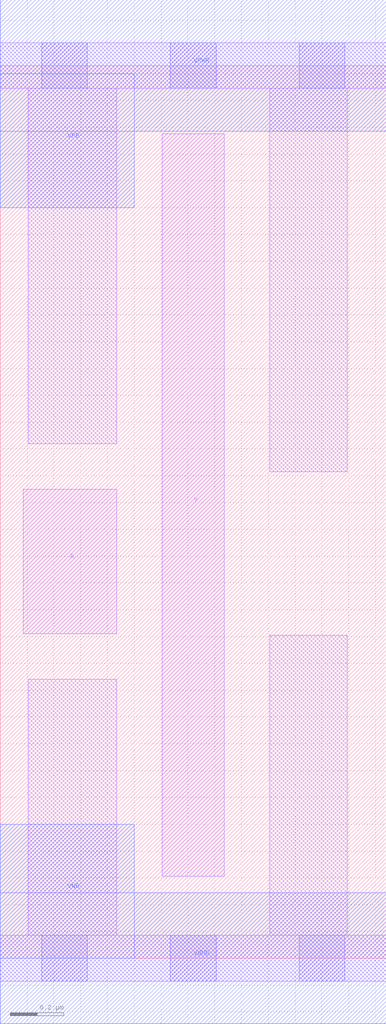
<source format=lef>
# Copyright 2020 The SkyWater PDK Authors
#
# Licensed under the Apache License, Version 2.0 (the "License");
# you may not use this file except in compliance with the License.
# You may obtain a copy of the License at
#
#     https://www.apache.org/licenses/LICENSE-2.0
#
# Unless required by applicable law or agreed to in writing, software
# distributed under the License is distributed on an "AS IS" BASIS,
# WITHOUT WARRANTIES OR CONDITIONS OF ANY KIND, either express or implied.
# See the License for the specific language governing permissions and
# limitations under the License.
#
# SPDX-License-Identifier: Apache-2.0

VERSION 5.5 ;
NAMESCASESENSITIVE ON ;
BUSBITCHARS "[]" ;
DIVIDERCHAR "/" ;
MACRO sky130_fd_sc_lp__inv_2
  CLASS CORE ;
  SOURCE USER ;
  ORIGIN  0.000000  0.000000 ;
  SIZE  1.440000 BY  3.330000 ;
  SYMMETRY X Y R90 ;
  SITE unit ;
  PIN A
    ANTENNAGATEAREA  0.630000 ;
    DIRECTION INPUT ;
    USE SIGNAL ;
    PORT
      LAYER li1 ;
        RECT 0.085000 1.210000 0.435000 1.750000 ;
    END
  END A
  PIN Y
    ANTENNADIFFAREA  0.588000 ;
    DIRECTION OUTPUT ;
    USE SIGNAL ;
    PORT
      LAYER li1 ;
        RECT 0.605000 0.305000 0.835000 3.075000 ;
    END
  END Y
  PIN VGND
    DIRECTION INOUT ;
    USE GROUND ;
    PORT
      LAYER met1 ;
        RECT 0.000000 -0.245000 1.440000 0.245000 ;
    END
  END VGND
  PIN VNB
    DIRECTION INOUT ;
    USE GROUND ;
    PORT
    END
  END VNB
  PIN VPB
    DIRECTION INOUT ;
    USE POWER ;
    PORT
    END
  END VPB
  PIN VNB
    DIRECTION INOUT ;
    USE GROUND ;
    PORT
      LAYER met1 ;
        RECT 0.000000 0.000000 0.500000 0.500000 ;
    END
  END VNB
  PIN VPB
    DIRECTION INOUT ;
    USE POWER ;
    PORT
      LAYER met1 ;
        RECT 0.000000 2.800000 0.500000 3.300000 ;
    END
  END VPB
  PIN VPWR
    DIRECTION INOUT ;
    USE POWER ;
    PORT
      LAYER met1 ;
        RECT 0.000000 3.085000 1.440000 3.575000 ;
    END
  END VPWR
  OBS
    LAYER li1 ;
      RECT 0.000000 -0.085000 1.440000 0.085000 ;
      RECT 0.000000  3.245000 1.440000 3.415000 ;
      RECT 0.105000  0.085000 0.435000 1.040000 ;
      RECT 0.105000  1.920000 0.435000 3.245000 ;
      RECT 1.005000  0.085000 1.295000 1.205000 ;
      RECT 1.005000  1.815000 1.295000 3.245000 ;
    LAYER mcon ;
      RECT 0.155000 -0.085000 0.325000 0.085000 ;
      RECT 0.155000  3.245000 0.325000 3.415000 ;
      RECT 0.635000 -0.085000 0.805000 0.085000 ;
      RECT 0.635000  3.245000 0.805000 3.415000 ;
      RECT 1.115000 -0.085000 1.285000 0.085000 ;
      RECT 1.115000  3.245000 1.285000 3.415000 ;
  END
END sky130_fd_sc_lp__inv_2
END LIBRARY

</source>
